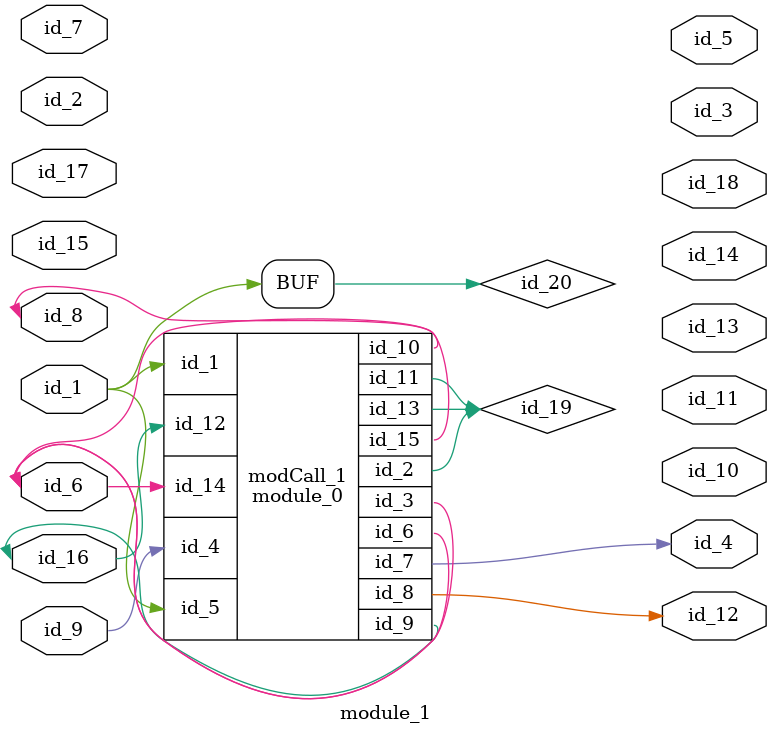
<source format=v>
module module_0 (
    id_1,
    id_2,
    id_3,
    id_4,
    id_5,
    id_6,
    id_7,
    id_8,
    id_9,
    id_10,
    id_11,
    id_12,
    id_13,
    id_14,
    id_15
);
  inout wire id_15;
  input wire id_14;
  inout wire id_13;
  input wire id_12;
  inout wire id_11;
  inout wire id_10;
  output wire id_9;
  output wire id_8;
  output wire id_7;
  inout wire id_6;
  input wire id_5;
  input wire id_4;
  output wire id_3;
  inout wire id_2;
  input wire id_1;
endmodule
module module_1 (
    id_1,
    id_2,
    id_3,
    id_4,
    id_5,
    id_6,
    id_7,
    id_8,
    id_9,
    id_10,
    id_11,
    id_12,
    id_13,
    id_14,
    id_15,
    id_16,
    id_17,
    id_18
);
  output wire id_18;
  inout wire id_17;
  inout wire id_16;
  input wire id_15;
  output wire id_14;
  output wire id_13;
  output wire id_12;
  output wire id_11;
  output wire id_10;
  input wire id_9;
  inout wire id_8;
  inout wire id_7;
  inout wire id_6;
  output wire id_5;
  output wire id_4;
  output wire id_3;
  input wire id_2;
  inout wire id_1;
  wire id_19;
  module_0 modCall_1 (
      id_1,
      id_19,
      id_6,
      id_9,
      id_1,
      id_6,
      id_4,
      id_12,
      id_16,
      id_8,
      id_19,
      id_16,
      id_19,
      id_6,
      id_6
  );
  wire id_20 = id_1;
endmodule

</source>
